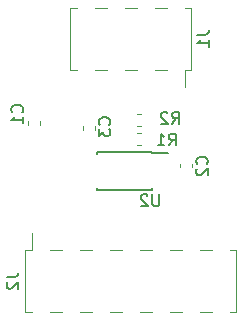
<source format=gbr>
G04 #@! TF.GenerationSoftware,KiCad,Pcbnew,5.1.12-84ad8e8a86~92~ubuntu20.04.1*
G04 #@! TF.CreationDate,2022-05-26T21:25:47-05:00*
G04 #@! TF.ProjectId,403SFM3020_sensor_module,34303353-464d-4333-9032-305f73656e73,rev?*
G04 #@! TF.SameCoordinates,Original*
G04 #@! TF.FileFunction,Legend,Bot*
G04 #@! TF.FilePolarity,Positive*
%FSLAX46Y46*%
G04 Gerber Fmt 4.6, Leading zero omitted, Abs format (unit mm)*
G04 Created by KiCad (PCBNEW 5.1.12-84ad8e8a86~92~ubuntu20.04.1) date 2022-05-26 21:25:47*
%MOMM*%
%LPD*%
G01*
G04 APERTURE LIST*
%ADD10C,0.120000*%
%ADD11C,0.150000*%
G04 APERTURE END LIST*
D10*
X104254840Y-41879639D02*
X104254840Y-41554081D01*
X105274840Y-41879639D02*
X105274840Y-41554081D01*
X118132320Y-45468759D02*
X118132320Y-45143201D01*
X117112320Y-45468759D02*
X117112320Y-45143201D01*
X113459041Y-42520140D02*
X113784599Y-42520140D01*
X113459041Y-43540140D02*
X113784599Y-43540140D01*
X113459041Y-41929780D02*
X113784599Y-41929780D01*
X113459041Y-40909780D02*
X113784599Y-40909780D01*
X118790000Y-57680000D02*
X119810000Y-57680000D01*
X118790000Y-52480000D02*
X119810000Y-52480000D01*
X116250000Y-57680000D02*
X117270000Y-57680000D01*
X116250000Y-52480000D02*
X117270000Y-52480000D01*
X113710000Y-57680000D02*
X114730000Y-57680000D01*
X113710000Y-52480000D02*
X114730000Y-52480000D01*
X111170000Y-57680000D02*
X112190000Y-57680000D01*
X111170000Y-52480000D02*
X112190000Y-52480000D01*
X108630000Y-57680000D02*
X109650000Y-57680000D01*
X108630000Y-52480000D02*
X109650000Y-52480000D01*
X106090000Y-57680000D02*
X107110000Y-57680000D01*
X106090000Y-52480000D02*
X107110000Y-52480000D01*
X121330000Y-57680000D02*
X121900000Y-57680000D01*
X121330000Y-52480000D02*
X121900000Y-52480000D01*
X104000000Y-57680000D02*
X104570000Y-57680000D01*
X104000000Y-52480000D02*
X104570000Y-52480000D01*
X104570000Y-51040000D02*
X104570000Y-52480000D01*
X121900000Y-52480000D02*
X121900000Y-57680000D01*
X104000000Y-52480000D02*
X104000000Y-57680000D01*
X110930000Y-31980000D02*
X109910000Y-31980000D01*
X110930000Y-37180000D02*
X109910000Y-37180000D01*
X113470000Y-31980000D02*
X112450000Y-31980000D01*
X113470000Y-37180000D02*
X112450000Y-37180000D01*
X116010000Y-31980000D02*
X114990000Y-31980000D01*
X116010000Y-37180000D02*
X114990000Y-37180000D01*
X108390000Y-31980000D02*
X107820000Y-31980000D01*
X108390000Y-37180000D02*
X107820000Y-37180000D01*
X118100000Y-31980000D02*
X117530000Y-31980000D01*
X118100000Y-37180000D02*
X117530000Y-37180000D01*
X117530000Y-38620000D02*
X117530000Y-37180000D01*
X107820000Y-37180000D02*
X107820000Y-31980000D01*
X118100000Y-37180000D02*
X118100000Y-31980000D01*
D11*
X114773340Y-44243260D02*
X116123340Y-44243260D01*
X114773340Y-47393260D02*
X110123340Y-47393260D01*
X114773340Y-44143260D02*
X110123340Y-44143260D01*
X114773340Y-47393260D02*
X114773340Y-47193260D01*
X110123340Y-47393260D02*
X110123340Y-47193260D01*
X110123340Y-44143260D02*
X110123340Y-44343260D01*
X114773340Y-44143260D02*
X114773340Y-44243260D01*
D10*
X108885260Y-42278519D02*
X108885260Y-41952961D01*
X109905260Y-42278519D02*
X109905260Y-41952961D01*
D11*
X103752922Y-40785653D02*
X103800541Y-40738034D01*
X103848160Y-40595177D01*
X103848160Y-40499939D01*
X103800541Y-40357081D01*
X103705303Y-40261843D01*
X103610065Y-40214224D01*
X103419589Y-40166605D01*
X103276732Y-40166605D01*
X103086256Y-40214224D01*
X102991018Y-40261843D01*
X102895780Y-40357081D01*
X102848160Y-40499939D01*
X102848160Y-40595177D01*
X102895780Y-40738034D01*
X102943399Y-40785653D01*
X103848160Y-41738034D02*
X103848160Y-41166605D01*
X103848160Y-41452320D02*
X102848160Y-41452320D01*
X102991018Y-41357081D01*
X103086256Y-41261843D01*
X103133875Y-41166605D01*
X119399462Y-45179313D02*
X119447081Y-45131694D01*
X119494700Y-44988837D01*
X119494700Y-44893599D01*
X119447081Y-44750741D01*
X119351843Y-44655503D01*
X119256605Y-44607884D01*
X119066129Y-44560265D01*
X118923272Y-44560265D01*
X118732796Y-44607884D01*
X118637558Y-44655503D01*
X118542320Y-44750741D01*
X118494700Y-44893599D01*
X118494700Y-44988837D01*
X118542320Y-45131694D01*
X118589939Y-45179313D01*
X118589939Y-45560265D02*
X118542320Y-45607884D01*
X118494700Y-45703122D01*
X118494700Y-45941218D01*
X118542320Y-46036456D01*
X118589939Y-46084075D01*
X118685177Y-46131694D01*
X118780415Y-46131694D01*
X118923272Y-46084075D01*
X119494700Y-45512646D01*
X119494700Y-46131694D01*
X116183706Y-43596820D02*
X116517040Y-43120630D01*
X116755135Y-43596820D02*
X116755135Y-42596820D01*
X116374182Y-42596820D01*
X116278944Y-42644440D01*
X116231325Y-42692059D01*
X116183706Y-42787297D01*
X116183706Y-42930154D01*
X116231325Y-43025392D01*
X116278944Y-43073011D01*
X116374182Y-43120630D01*
X116755135Y-43120630D01*
X115231325Y-43596820D02*
X115802754Y-43596820D01*
X115517040Y-43596820D02*
X115517040Y-42596820D01*
X115612278Y-42739678D01*
X115707516Y-42834916D01*
X115802754Y-42882535D01*
X116445326Y-41770560D02*
X116778660Y-41294370D01*
X117016755Y-41770560D02*
X117016755Y-40770560D01*
X116635802Y-40770560D01*
X116540564Y-40818180D01*
X116492945Y-40865799D01*
X116445326Y-40961037D01*
X116445326Y-41103894D01*
X116492945Y-41199132D01*
X116540564Y-41246751D01*
X116635802Y-41294370D01*
X117016755Y-41294370D01*
X116064374Y-40865799D02*
X116016755Y-40818180D01*
X115921517Y-40770560D01*
X115683421Y-40770560D01*
X115588183Y-40818180D01*
X115540564Y-40865799D01*
X115492945Y-40961037D01*
X115492945Y-41056275D01*
X115540564Y-41199132D01*
X116111993Y-41770560D01*
X115492945Y-41770560D01*
X102452380Y-54746666D02*
X103166666Y-54746666D01*
X103309523Y-54699047D01*
X103404761Y-54603809D01*
X103452380Y-54460952D01*
X103452380Y-54365714D01*
X102547619Y-55175238D02*
X102500000Y-55222857D01*
X102452380Y-55318095D01*
X102452380Y-55556190D01*
X102500000Y-55651428D01*
X102547619Y-55699047D01*
X102642857Y-55746666D01*
X102738095Y-55746666D01*
X102880952Y-55699047D01*
X103452380Y-55127619D01*
X103452380Y-55746666D01*
X118552380Y-34246666D02*
X119266666Y-34246666D01*
X119409523Y-34199047D01*
X119504761Y-34103809D01*
X119552380Y-33960952D01*
X119552380Y-33865714D01*
X119552380Y-35246666D02*
X119552380Y-34675238D01*
X119552380Y-34960952D02*
X118552380Y-34960952D01*
X118695238Y-34865714D01*
X118790476Y-34770476D01*
X118838095Y-34675238D01*
X115366704Y-47750480D02*
X115366704Y-48560004D01*
X115319085Y-48655242D01*
X115271466Y-48702861D01*
X115176228Y-48750480D01*
X114985752Y-48750480D01*
X114890514Y-48702861D01*
X114842895Y-48655242D01*
X114795276Y-48560004D01*
X114795276Y-47750480D01*
X114366704Y-47845719D02*
X114319085Y-47798100D01*
X114223847Y-47750480D01*
X113985752Y-47750480D01*
X113890514Y-47798100D01*
X113842895Y-47845719D01*
X113795276Y-47940957D01*
X113795276Y-48036195D01*
X113842895Y-48179052D01*
X114414323Y-48750480D01*
X113795276Y-48750480D01*
X111146862Y-41855093D02*
X111194481Y-41807474D01*
X111242100Y-41664617D01*
X111242100Y-41569379D01*
X111194481Y-41426521D01*
X111099243Y-41331283D01*
X111004005Y-41283664D01*
X110813529Y-41236045D01*
X110670672Y-41236045D01*
X110480196Y-41283664D01*
X110384958Y-41331283D01*
X110289720Y-41426521D01*
X110242100Y-41569379D01*
X110242100Y-41664617D01*
X110289720Y-41807474D01*
X110337339Y-41855093D01*
X110242100Y-42188426D02*
X110242100Y-42807474D01*
X110623053Y-42474140D01*
X110623053Y-42616998D01*
X110670672Y-42712236D01*
X110718291Y-42759855D01*
X110813529Y-42807474D01*
X111051624Y-42807474D01*
X111146862Y-42759855D01*
X111194481Y-42712236D01*
X111242100Y-42616998D01*
X111242100Y-42331283D01*
X111194481Y-42236045D01*
X111146862Y-42188426D01*
M02*

</source>
